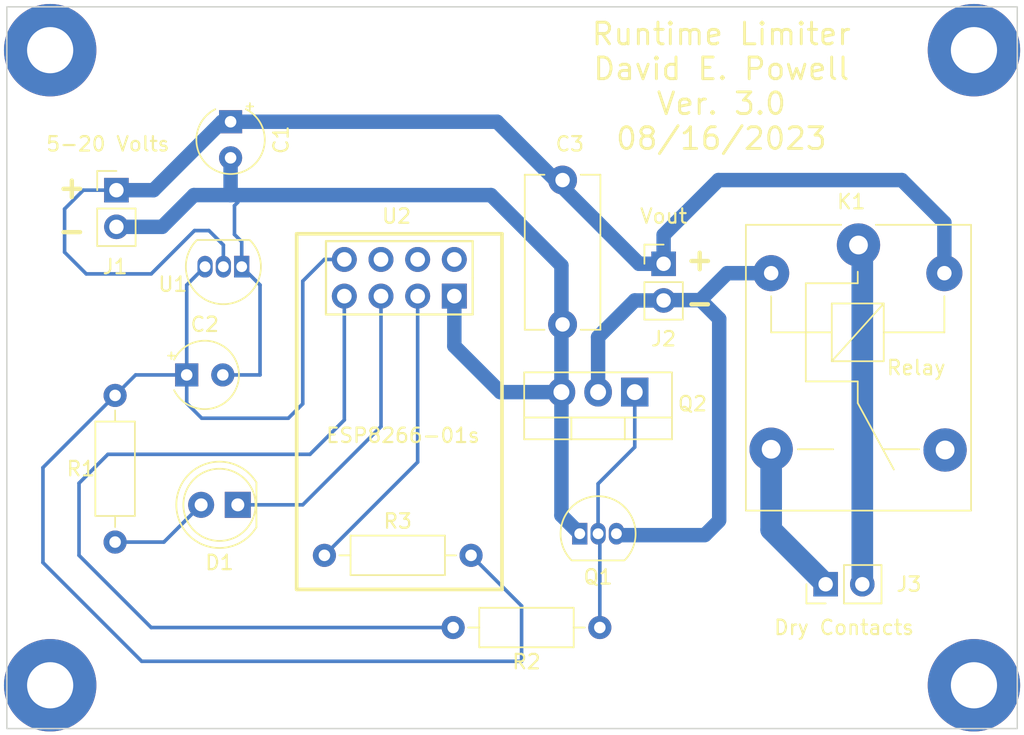
<source format=kicad_pcb>
(kicad_pcb (version 20211014) (generator pcbnew)
  (title_block (title "Runtime Limiter") (date "2023-06-26") (rev "01") (company "David E. Powell"))
  (layers (0 "F.Cu" signal) (31 "B.Cu" signal) (36 "B.SilkS" user "B.Silkscreen") (37 "F.SilkS" user "F.Silkscreen") (38 "B.Mask" user) (39 "F.Mask" user) (44 "Edge.Cuts" user))
  (net 0 "")
  (net 1 "GNDREF")
  (net 2 "Net-(Q1-Pad2)")
  (net 6 "Net-(R2-Pad2)")
  (net 7 "Net-(D1-Pad1)")
  (net 8 "Net-(D1-Pad2)")
  (net 9 "/Control Power")
  (net 10 "/Internal Power")
  (net 11 "/Control Ground")
  (net 12 "Net-(J3-Pad1)")
  (net 13 "Net-(J3-Pad2)")
  (net 15 "Net-(R3-Pad1)")
  (footprint "MountingHole:MountingHole_3.2mm_M3_Pad" (layer "F.Cu") (at 3 3)
    (fp_text reference "REF**" hide)
    (fp_text value "MountingHole_3.2mm_M3_Pad" hide)
    (pad "1" thru_hole circle locked (at 0 0) (size 6.4 6.4) (drill 3.2) (layers *.Cu *.Mask))
  )
  (footprint "Connector_PinHeader_2.54mm:PinHeader_1x02_P2.54mm_Vertical" (layer "F.Cu") (at 56.725 40 90)
    (fp_text reference "J3" (at 0 5.775) (layer "F.SilkS"))
    (fp_text value "Dry Contacts" (at -3 1.275) (layer "F.SilkS"))
    (fp_line (start -1.33 3.87) (end 1.33 3.87) (layer "F.SilkS") (width 0.12))
    (fp_line (start -1.33 1.27) (end -1.33 3.87) (layer "F.SilkS") (width 0.12))
    (fp_line (start -1.33 1.27) (end 1.33 1.27) (layer "F.SilkS") (width 0.12))
    (fp_line (start -1.33 0) (end -1.33 -1.33) (layer "F.SilkS") (width 0.12))
    (fp_line (start 1.33 1.27) (end 1.33 3.87) (layer "F.SilkS") (width 0.12))
    (fp_line (start -1.33 -1.33) (end 0 -1.33) (layer "F.SilkS") (width 0.12))
    (pad "1" thru_hole rect (at 0 0 90) (size 1.7 1.7) (drill 1) (layers *.Cu *.Mask) (net 12 "Net-(J3-Pad1)"))
    (pad "2" thru_hole oval (at 0 2.54 90) (size 1.7 1.7) (drill 1) (layers *.Cu *.Mask) (net 13 "Net-(J3-Pad2)"))
  )
  (footprint "Resistor_THT:R_Axial_DIN0207_L6.3mm_D2.5mm_P10.16mm_Horizontal" (layer "F.Cu") (at 22 38)
    (fp_text reference "R3" (at 5.08 -2.37) (layer "F.SilkS"))
    (fp_text value "12K")
    (fp_line (start 1.81 1.37) (end 8.35 1.37) (layer "F.SilkS") (width 0.12))
    (fp_line (start 1.81 -1.37) (end 1.81 1.37) (layer "F.SilkS") (width 0.12))
    (fp_line (start 9.12 0) (end 8.35 0) (layer "F.SilkS") (width 0.12))
    (fp_line (start 8.35 -1.37) (end 1.81 -1.37) (layer "F.SilkS") (width 0.12))
    (fp_line (start 1.04 0) (end 1.81 0) (layer "F.SilkS") (width 0.12))
    (fp_line (start 8.35 1.37) (end 8.35 -1.37) (layer "F.SilkS") (width 0.12))
    (pad "1" thru_hole circle (at 0 0) (size 1.6 1.6) (drill 0.8) (layers *.Cu *.Mask) (net 15 "Net-(R3-Pad1)"))
    (pad "2" thru_hole oval (at 10.16 0) (size 1.6 1.6) (drill 0.8) (layers *.Cu *.Mask) (net 10 "/Internal Power"))
  )
  (footprint "MountingHole:MountingHole_3.2mm_M3_Pad" (layer "F.Cu") (at 3 47)
    (fp_text reference "REF**" hide)
    (fp_text value "MountingHole_3.2mm_M3_Pad" hide)
    (pad "1" thru_hole circle locked (at 0 0) (size 6.4 6.4) (drill 3.2) (layers *.Cu *.Mask))
  )
  (footprint "Relay_THT:Relay_SPDT_SANYOU_SRD_Series_Form_C" (layer "F.Cu") (at 59 16.5 -90)
    (fp_text reference "K1" (at -3 0.5 -180) (layer "F.SilkS"))
    (fp_text value "Relay" (at 8.5 -4) (layer "F.SilkS"))
    (fp_line (start 6.05 -5.95) (end 3.55 -5.95) (layer "F.SilkS") (width 0.12))
    (fp_line (start 14.15 4.2) (end 14.15 1.75) (layer "F.SilkS") (width 0.12))
    (fp_line (start 10.95 0.05) (end 15.55 -2.45) (layer "F.SilkS") (width 0.12))
    (fp_line (start 2.65 0.05) (end 1.85 0.05) (layer "F.SilkS") (width 0.12))
    (fp_line (start 9.45 0.05) (end 9.45 3.65) (layer "F.SilkS") (width 0.12))
    (fp_line (start 3.55 6.05) (end 6.05 6.05) (layer "F.SilkS") (width 0.12))
    (fp_line (start 8.05 1.85) (end 4.05 1.85) (layer "F.SilkS") (width 0.12))
    (fp_line (start 6.05 1.85) (end 6.05 6.05) (layer "F.SilkS") (width 0.12))
    (fp_line (start 4.05 -1.75) (end 8.05 -1.75) (layer "F.SilkS") (width 0.12))
    (fp_line (start 2.65 0.05) (end 2.65 3.65) (layer "F.SilkS") (width 0.12))
    (fp_line (start 18.4 -7.8) (end 18.4 7.8) (layer "F.SilkS") (width 0.12))
    (fp_line (start -1.4 1.2) (end -1.4 7.8) (layer "F.SilkS") (width 0.12))
    (fp_line (start -1.4 -7.8) (end -1.4 -1.2) (layer "F.SilkS") (width 0.12))
    (fp_line (start -1.4 -7.8) (end 18.4 -7.8) (layer "F.SilkS") (width 0.12))
    (fp_line (start 6.05 -5.95) (end 6.05 -1.75) (layer "F.SilkS") (width 0.12))
    (fp_line (start 8.05 -1.75) (end 8.05 1.85) (layer "F.SilkS") (width 0.12))
    (fp_line (start 8.05 1.85) (end 4.05 -1.75) (layer "F.SilkS") (width 0.12))
    (fp_line (start 9.45 0.05) (end 10.95 0.05) (layer "F.SilkS") (width 0.12))
    (fp_line (start 18.4 7.8) (end -1.4 7.8) (layer "F.SilkS") (width 0.12))
    (fp_line (start 4.05 1.85) (end 4.05 -1.75) (layer "F.SilkS") (width 0.12))
    (fp_line (start 14.15 -4.2) (end 14.15 -1.7) (layer "F.SilkS") (width 0.12))
    (fp_line (start 9.45 3.65) (end 2.65 3.65) (layer "F.SilkS") (width 0.12))
    (pad "1" thru_hole circle (at 0 0) (size 3 3) (drill 1.3) (layers *.Cu *.Mask) (net 13 "Net-(J3-Pad2)"))
    (pad "2" thru_hole circle (at 1.95 6.05) (size 2.5 2.5) (drill 1) (layers *.Cu *.Mask) (net 11 "/Control Ground"))
    (pad "3" thru_hole circle (at 14.15 6.05) (size 3 3) (drill 1.3) (layers *.Cu *.Mask) (net 12 "Net-(J3-Pad1)"))
    (pad "4" thru_hole circle (at 14.2 -6) (size 3 3) (drill 1.3) (layers *.Cu *.Mask))
    (pad "5" thru_hole circle (at 1.95 -5.95) (size 2.5 2.5) (drill 1) (layers *.Cu *.Mask) (net 9 "/Control Power"))
  )
  (footprint "MountingHole:MountingHole_3.2mm_M3_Pad" (layer "F.Cu") (at 67 47)
    (fp_text reference "REF**" hide)
    (fp_text value "MountingHole_3.2mm_M3_Pad" hide)
    (pad "1" thru_hole circle locked (at 0 0) (size 6.4 6.4) (drill 3.2) (layers *.Cu *.Mask))
  )
  (footprint "Connector_PinHeader_2.54mm:PinHeader_1x02_P2.54mm_Vertical" (layer "F.Cu") (at 7.59 12.7)
    (fp_text reference "J1" (at -0.09 5.3) (layer "F.SilkS"))
    (fp_text value "5-20 Volts" (at -0.59 -3.2) (layer "F.SilkS"))
    (fp_line (start 1.33 1.27) (end 1.33 3.87) (layer "F.SilkS") (width 0.12))
    (fp_line (start -1.33 0) (end -1.33 -1.33) (layer "F.SilkS") (width 0.12))
    (fp_line (start -1.33 3.87) (end 1.33 3.87) (layer "F.SilkS") (width 0.12))
    (fp_line (start -1.33 1.27) (end -1.33 3.87) (layer "F.SilkS") (width 0.12))
    (fp_line (start -1.33 1.27) (end 1.33 1.27) (layer "F.SilkS") (width 0.12))
    (fp_line (start -1.33 -1.33) (end 0 -1.33) (layer "F.SilkS") (width 0.12))
    (pad "1" thru_hole rect (at 0 0) (size 1.7 1.7) (drill 1) (layers *.Cu *.Mask) (net 9 "/Control Power"))
    (pad "2" thru_hole oval (at 0 2.54) (size 1.7 1.7) (drill 1) (layers *.Cu *.Mask) (net 1 "GNDREF"))
  )
  (footprint "Connector_PinHeader_2.54mm:PinHeader_1x02_P2.54mm_Vertical" (layer "F.Cu") (at 45.5 17.8)
    (fp_text reference "J2" (at 0 5.2) (layer "F.SilkS"))
    (fp_text value "Vout" (at 0 -3.3) (layer "F.SilkS"))
    (fp_line (start -1.33 3.87) (end 1.33 3.87) (layer "F.SilkS") (width 0.12))
    (fp_line (start -1.33 -1.33) (end 0 -1.33) (layer "F.SilkS") (width 0.12))
    (fp_line (start -1.33 1.27) (end -1.33 3.87) (layer "F.SilkS") (width 0.12))
    (fp_line (start -1.33 0) (end -1.33 -1.33) (layer "F.SilkS") (width 0.12))
    (fp_line (start 1.33 1.27) (end 1.33 3.87) (layer "F.SilkS") (width 0.12))
    (fp_line (start -1.33 1.27) (end 1.33 1.27) (layer "F.SilkS") (width 0.12))
    (pad "1" thru_hole rect (at 0 0) (size 1.7 1.7) (drill 1) (layers *.Cu *.Mask) (net 9 "/Control Power"))
    (pad "2" thru_hole oval (at 0 2.54) (size 1.7 1.7) (drill 1) (layers *.Cu *.Mask) (net 11 "/Control Ground"))
  )
  (footprint "Capacitor_THT:CP_Radial_Tantal_D4.5mm_P2.50mm" (layer "F.Cu") (at 12.46 25.5)
    (fp_text reference "C2" (at 1.25 -3.5) (layer "F.SilkS"))
    (fp_text value "1.0")
    (fp_line (start -1.287288 -1.335) (end -0.837288 -1.335) (layer "F.SilkS") (width 0.12))
    (fp_line (start -1.062288 -1.56) (end -1.062288 -1.11) (layer "F.SilkS") (width 0.12))
    (fp_arc (start -0.869741 -1.06) (mid 3.62 0) (end -0.869741 1.06) (layer "F.SilkS") (width 0.12))
    (pad "1" thru_hole rect (at 0 0) (size 1.6 1.6) (drill 0.8) (layers *.Cu *.Mask) (net 10 "/Internal Power"))
    (pad "2" thru_hole circle (at 2.5 0) (size 1.6 1.6) (drill 0.8) (layers *.Cu *.Mask) (net 1 "GNDREF"))
  )
  (footprint "Resistor_THT:R_Axial_DIN0207_L6.3mm_D2.5mm_P10.16mm_Horizontal" (layer "F.Cu") (at 7.5 37.08 90)
    (fp_text reference "R1" (at 5.08 -2.37) (layer "F.SilkS"))
    (fp_text value "220" hide)
    (fp_line (start 8.35 1.37) (end 8.35 -1.37) (layer "F.SilkS") (width 0.12))
    (fp_line (start 1.81 -1.37) (end 1.81 1.37) (layer "F.SilkS") (width 0.12))
    (fp_line (start 9.12 0) (end 8.35 0) (layer "F.SilkS") (width 0.12))
    (fp_line (start 1.04 0) (end 1.81 0) (layer "F.SilkS") (width 0.12))
    (fp_line (start 1.81 1.37) (end 8.35 1.37) (layer "F.SilkS") (width 0.12))
    (fp_line (start 8.35 -1.37) (end 1.81 -1.37) (layer "F.SilkS") (width 0.12))
    (pad "1" thru_hole circle (at 0 0 90) (size 1.6 1.6) (drill 0.8) (layers *.Cu *.Mask) (net 8 "Net-(D1-Pad2)"))
    (pad "2" thru_hole oval (at 10.16 0 90) (size 1.6 1.6) (drill 0.8) (layers *.Cu *.Mask) (net 10 "/Internal Power"))
  )
  (footprint "Package_TO_SOT_THT:TO-92_Inline" (layer "F.Cu") (at 16.27 18 180)
    (fp_text reference "U1" (at 4.77 -1.22) (layer "F.SilkS"))
    (fp_text value "MCP1700-330" hide)
    (fp_line (start -0.53 1.85) (end 3.07 1.85) (layer "F.SilkS") (width 0.12))
    (fp_arc (start 1.27 -2.6) (mid 3.672087 -0.994977) (end 3.108478 1.838478) (layer "F.SilkS") (width 0.12))
    (fp_arc (start -0.568478 1.838478) (mid -1.132087 -0.994977) (end 1.27 -2.6) (layer "F.SilkS") (width 0.12))
    (pad "1" thru_hole rect (at 0 0 180) (size 1.05 1.5) (drill 0.75) (layers *.Cu *.Mask) (net 1 "GNDREF"))
    (pad "2" thru_hole oval (at 1.27 0 180) (size 1.05 1.5) (drill 0.75) (layers *.Cu *.Mask) (net 9 "/Control Power"))
    (pad "3" thru_hole oval (at 2.54 0 180) (size 1.05 1.5) (drill 0.75) (layers *.Cu *.Mask) (net 10 "/Internal Power"))
  )
  (footprint "Resistor_THT:R_Axial_DIN0207_L6.3mm_D2.5mm_P10.16mm_Horizontal" (layer "F.Cu") (at 41.08 43 180)
    (fp_text reference "R2" (at 5.08 -2.37) (layer "F.SilkS"))
    (fp_text value "1K" hide)
    (fp_line (start 1.04 0) (end 1.81 0) (layer "F.SilkS") (width 0.12))
    (fp_line (start 9.12 0) (end 8.35 0) (layer "F.SilkS") (width 0.12))
    (fp_line (start 8.35 -1.37) (end 1.81 -1.37) (layer "F.SilkS") (width 0.12))
    (fp_line (start 8.35 1.37) (end 8.35 -1.37) (layer "F.SilkS") (width 0.12))
    (fp_line (start 1.81 -1.37) (end 1.81 1.37) (layer "F.SilkS") (width 0.12))
    (fp_line (start 1.81 1.37) (end 8.35 1.37) (layer "F.SilkS") (width 0.12))
    (pad "1" thru_hole circle (at 0 0 180) (size 1.6 1.6) (drill 0.8) (layers *.Cu *.Mask) (net 2 "Net-(Q1-Pad2)"))
    (pad "2" thru_hole oval (at 10.16 0 180) (size 1.6 1.6) (drill 0.8) (layers *.Cu *.Mask) (net 6 "Net-(R2-Pad2)"))
  )
  (footprint "Package_TO_SOT_THT:TO-220-3_Vertical" (layer "F.Cu") (at 43.5 26.69 180)
    (fp_text reference "Q2" (at -4 -0.81 180) (layer "F.SilkS"))
    (fp_text value "2SD2023" hide)
    (fp_line (start -2.58 -3.27) (end 7.66 -3.27) (layer "F.SilkS") (width 0.12))
    (fp_line (start -2.58 -1.76) (end 7.66 -1.76) (layer "F.SilkS") (width 0.12))
    (fp_line (start 7.66 -3.27) (end 7.66 1.371) (layer "F.SilkS") (width 0.12))
    (fp_line (start -2.58 -3.27) (end -2.58 1.371) (layer "F.SilkS") (width 0.12))
    (fp_line (start 0.69 -3.27) (end 0.69 -1.76) (layer "F.SilkS") (width 0.12))
    (fp_line (start -2.58 1.371) (end 7.66 1.371) (layer "F.SilkS") (width 0.12))
    (fp_line (start 4.391 -3.27) (end 4.391 -1.76) (layer "F.SilkS") (width 0.12))
    (pad "1" thru_hole rect (at 0 0 180) (size 1.905 2) (drill 1.1) (layers *.Cu *.Mask) (net 2 "Net-(Q1-Pad2)"))
    (pad "2" thru_hole oval (at 2.54 0 180) (size 1.905 2) (drill 1.1) (layers *.Cu *.Mask) (net 11 "/Control Ground"))
    (pad "3" thru_hole oval (at 5.08 0 180) (size 1.905 2) (drill 1.1) (layers *.Cu *.Mask) (net 1 "GNDREF"))
  )
  (footprint "LED_THT:LED_D5.0mm" (layer "F.Cu") (at 16 34.5 180)
    (fp_text reference "D1" (at 1.27 -4) (layer "F.SilkS"))
    (fp_text value "LED" hide)
    (fp_line (start -1.29 -1.545) (end -1.29 1.545) (layer "F.SilkS") (width 0.12))
    (fp_arc (start 4.26 -0.000462) (mid 2.072002 2.880433) (end -1.29 1.54483) (layer "F.SilkS") (width 0.12))
    (fp_arc (start -1.29 -1.54483) (mid 2.072002 -2.880433) (end 4.26 0.000462) (layer "F.SilkS") (width 0.12))
    (fp_circle (center 1.27 0) (end 3.77 0) (layer "F.SilkS") (width 0.12) (fill none))
    (pad "1" thru_hole rect (at 0 0 180) (size 1.8 1.8) (drill 0.9) (layers *.Cu *.Mask) (net 7 "Net-(D1-Pad1)"))
    (pad "2" thru_hole circle (at 2.54 0 180) (size 1.8 1.8) (drill 0.9) (layers *.Cu *.Mask) (net 8 "Net-(D1-Pad2)"))
  )
  (footprint "Capacitor_THT:C_Disc_D10.5mm_W5.0mm_P10.00mm" (layer "F.Cu") (at 38.5 12 -90)
    (fp_text reference "C3" (at -2.5 -0.5 180) (layer "F.SilkS"))
    (fp_text value "0.1" hide)
    (fp_line (start -0.37 -2.62) (end -0.37 -1.256) (layer "F.SilkS") (width 0.12))
    (fp_line (start -0.37 -2.62) (end 10.37 -2.62) (layer "F.SilkS") (width 0.12))
    (fp_line (start -0.37 2.62) (end 10.37 2.62) (layer "F.SilkS") (width 0.12))
    (fp_line (start 10.37 -2.62) (end 10.37 -1.256) (layer "F.SilkS") (width 0.12))
    (fp_line (start 10.37 1.256) (end 10.37 2.62) (layer "F.SilkS") (width 0.12))
    (fp_line (start -0.37 1.256) (end -0.37 2.62) (layer "F.SilkS") (width 0.12))
    (pad "1" thru_hole circle (at 0 0 270) (size 2 2) (drill 1) (layers *.Cu *.Mask) (net 9 "/Control Power"))
    (pad "2" thru_hole circle (at 10 0 270) (size 2 2) (drill 1) (layers *.Cu *.Mask) (net 1 "GNDREF"))
  )
  (footprint "ESP8266:ESP8266-01s" (layer "F.Cu") (at 31 17.5 -90)
    (fp_text reference "U2" (at -3 4) (layer "F.SilkS"))
    (fp_text value "ESP8266-01s" (at 12.192 3.556) (layer "F.SilkS"))
    (fp_line (start 22.86 10.922) (end -1.778 10.922) (layer "F.SilkS") (width 0.254))
    (fp_line (start -1.27 -1.27) (end -1.27 1.27) (layer "F.SilkS") (width 0.1524))
    (fp_line (start 22.86 -3.302) (end 22.86 10.922) (layer "F.SilkS") (width 0.254))
    (fp_line (start -1.27 8.89) (end 3.81 8.89) (layer "F.SilkS") (width 0.1524))
    (fp_line (start -1.778 10.922) (end -1.778 -3.302) (layer "F.SilkS") (width 0.254))
    (fp_line (start -1.778 -3.302) (end 22.86 -3.302) (layer "F.SilkS") (width 0.254))
    (fp_line (start -1.27 1.27) (end -1.27 8.89) (layer "F.SilkS") (width 0.1524))
    (fp_line (start 3.81 -1.27) (end 1.27 -1.27) (layer "F.SilkS") (width 0.1524))
    (fp_line (start 1.27 -1.27) (end -1.27 -1.27) (layer "F.SilkS") (width 0.1524))
    (fp_line (start 3.81 8.89) (end 3.81 -1.27) (layer "F.SilkS") (width 0.1524))
    (pad "1" thru_hole rect (at 2.54 0 270) (size 1.7272 1.7272) (drill 1.016) (layers *.Cu *.Mask) (net 1 "GNDREF"))
    (pad "2" thru_hole oval (at 0 0 270) (size 1.7272 1.7272) (drill 1.016) (layers *.Cu *.Mask))
    (pad "3" thru_hole oval (at 2.54 2.54 270) (size 1.7272 1.7272) (drill 1.016) (layers *.Cu *.Mask) (net 15 "Net-(R3-Pad1)"))
    (pad "4" thru_hole oval (at 0 2.54 270) (size 1.7272 1.7272) (drill 1.016) (layers *.Cu *.Mask))
    (pad "5" thru_hole oval (at 2.54 5.08 270) (size 1.7272 1.7272) (drill 1.016) (layers *.Cu *.Mask) (net 7 "Net-(D1-Pad1)"))
    (pad "6" thru_hole oval (at 0 5.08 270) (size 1.7272 1.7272) (drill 1.016) (layers *.Cu *.Mask))
    (pad "7" thru_hole oval (at 2.54 7.62 270) (size 1.7272 1.7272) (drill 1.016) (layers *.Cu *.Mask) (net 6 "Net-(R2-Pad2)"))
    (pad "8" thru_hole oval (at 0 7.62 270) (size 1.7272 1.7272) (drill 1.016) (layers *.Cu *.Mask) (net 10 "/Internal Power"))
  )
  (footprint "Package_TO_SOT_THT:TO-92_Inline" (layer "F.Cu") (at 39.69 36.501115)
    (fp_text reference "Q1" (at 1.27 2.998885) (layer "F.SilkS"))
    (fp_text value "2N3904" hide)
    (fp_line (start -0.53 1.85) (end 3.07 1.85) (layer "F.SilkS") (width 0.12))
    (fp_arc (start -0.568478 1.838478) (mid -1.132087 -0.994977) (end 1.27 -2.6) (layer "F.SilkS") (width 0.12))
    (fp_arc (start 1.27 -2.6) (mid 3.672087 -0.994977) (end 3.108478 1.838478) (layer "F.SilkS") (width 0.12))
    (pad "1" thru_hole rect (at 0 0) (size 1.05 1.5) (drill 0.75) (layers *.Cu *.Mask) (net 1 "GNDREF"))
    (pad "2" thru_hole oval (at 1.27 0) (size 1.05 1.5) (drill 0.75) (layers *.Cu *.Mask) (net 2 "Net-(Q1-Pad2)"))
    (pad "3" thru_hole oval (at 2.54 0) (size 1.05 1.5) (drill 0.75) (layers *.Cu *.Mask) (net 11 "/Control Ground"))
  )
  (footprint "Capacitor_THT:CP_Radial_Tantal_D4.5mm_P2.50mm" (layer "F.Cu") (at 15.5 7.96 -90)
    (fp_text reference "C1" (at 1.25 -3.5 -90) (layer "F.SilkS"))
    (fp_text value "1.0")
    (fp_line (start -1.287288 -1.335) (end -0.837288 -1.335) (layer "F.SilkS") (width 0.12))
    (fp_line (start -1.062288 -1.56) (end -1.062288 -1.11) (layer "F.SilkS") (width 0.12))
    (fp_arc (start -0.869741 -1.06) (mid 3.62 0) (end -0.869741 1.06) (layer "F.SilkS") (width 0.12))
    (pad "1" thru_hole rect (at 0 0 270) (size 1.6 1.6) (drill 0.8) (layers *.Cu *.Mask) (net 9 "/Control Power"))
    (pad "2" thru_hole circle (at 2.5 0 270) (size 1.6 1.6) (drill 0.8) (layers *.Cu *.Mask) (net 1 "GNDREF"))
  )
  (footprint "MountingHole:MountingHole_3.2mm_M3_Pad" (layer "F.Cu") (at 67 3)
    (fp_text reference "REF**" hide)
    (fp_text value "MountingHole_3.2mm_M3_Pad" hide)
    (pad "1" thru_hole circle locked (at 0 0) (size 6.4 6.4) (drill 3.2) (layers *.Cu *.Mask))
  )
  (gr_rect locked (start 0 0) (end 70 50) (layer "Edge.Cuts") (width 0.1) (fill none))
  (gr_text "+" (at 48 17.5) (layer "F.SilkS") (effects (font (size 1.5 1.5) (thickness 0.3))))
  (gr_text "-" (at 4.5 15.5) (layer "F.SilkS") (effects (font (size 1.5 1.5) (thickness 0.3))))
  (gr_text "Runtime Limiter\nDavid E. Powell\nVer. 3.0\n08/16/2023" (at 49.5 5.5) (layer "F.SilkS") (effects (font (size 1.5 1.5) (thickness 0.2))))
  (gr_text "+" (at 4.5 12.5) (layer "F.SilkS") (effects (font (size 1.5 1.5) (thickness 0.3))))
  (gr_text "-" (at 48 20.5) (layer "F.SilkS") (effects (font (size 1.5 1.5) (thickness 0.3))))
  (segment (start 31 23.5) (end 34.19 26.69) (width 1) (layer "B.Cu") (net 1))
  (segment (start 34.19 26.69) (end 38.42 26.69) (width 1) (layer "B.Cu") (net 1))
  (segment (start 38.42 26.69) (end 38.42 35.231115) (width 1) (layer "B.Cu") (net 1))
  (segment (start 38.42 35.231115) (end 39.69 36.501115) (width 1) (layer "B.Cu") (net 1))
  (segment (start 15.5 10.46) (end 15.5 13.04) (width 1) (layer "B.Cu") (net 1))
  (segment (start 16 13.54) (end 15.77 13.77) (width 0.25) (layer "B.Cu") (net 1))
  (segment (start 31 20.04) (end 31 23.5) (width 1) (layer "B.Cu") (net 1))
  (segment (start 15.5 13.04) (end 33.54 13.04) (width 1) (layer "B.Cu") (net 1))
  (segment (start 17.54 19.27) (end 17.54 25.5) (width 0.25) (layer "B.Cu") (net 1))
  (segment (start 16.27 18) (end 17.54 19.27) (width 0.25) (layer "B.Cu") (net 1))
  (segment (start 38.42 17.92) (end 38.42 26.69) (width 1) (layer "B.Cu") (net 1))
  (segment (start 10.76 15.24) (end 7.59 15.24) (width 1) (layer "B.Cu") (net 1))
  (segment (start 15.5 13.04) (end 12.96 13.04) (width 1) (layer "B.Cu") (net 1))
  (segment (start 33.54 13.04) (end 38.42 17.92) (width 1) (layer "B.Cu") (net 1))
  (segment (start 15.5 13.04) (end 16 13.54) (width 0.25) (layer "B.Cu") (net 1))
  (segment (start 15.77 13.77) (end 15.77 15.77) (width 0.25) (layer "B.Cu") (net 1))
  (segment (start 16.27 16.27) (end 16.27 18) (width 0.25) (layer "B.Cu") (net 1))
  (segment (start 17.54 25.5) (end 14.96 25.5) (width 0.25) (layer "B.Cu") (net 1))
  (segment (start 12.96 13.04) (end 10.76 15.24) (width 1) (layer "B.Cu") (net 1))
  (segment (start 15.77 15.77) (end 16.27 16.27) (width 0.25) (layer "B.Cu") (net 1))
  (segment (start 43.5 26.69) (end 43.5 30.5) (width 0.25) (layer "B.Cu") (net 2))
  (segment (start 43.5 30.5) (end 40.96 33.04) (width 0.25) (layer "B.Cu") (net 2))
  (segment (start 41.08 36.621115) (end 40.96 36.501115) (width 0.25) (layer "B.Cu") (net 2))
  (segment (start 41.08 43) (end 41.08 36.621115) (width 0.25) (layer "B.Cu") (net 2))
  (segment (start 40.96 33.04) (end 40.96 36.501115) (width 0.25) (layer "B.Cu") (net 2))
  (segment (start 23.38 28.62) (end 23.38 20.04) (width 0.25) (layer "B.Cu") (net 6))
  (segment (start 21 31) (end 23.38 28.62) (width 0.25) (layer "B.Cu") (net 6))
  (segment (start 30.92 43) (end 10 43) (width 0.25) (layer "B.Cu") (net 6))
  (segment (start 10 43) (end 5 38) (width 0.25) (layer "B.Cu") (net 6))
  (segment (start 7 31) (end 21 31) (width 0.25) (layer "B.Cu") (net 6))
  (segment (start 5 38) (end 5 33) (width 0.25) (layer "B.Cu") (net 6))
  (segment (start 5 33) (end 7 31) (width 0.25) (layer "B.Cu") (net 6))
  (segment (start 16 34.5) (end 20.5 34.5) (width 0.25) (layer "B.Cu") (net 7))
  (segment (start 20.5 34.5) (end 25.92 29.08) (width 0.25) (layer "B.Cu") (net 7))
  (segment (start 25.92 29.08) (end 25.92 20.04) (width 0.25) (layer "B.Cu") (net 7))
  (segment (start 7.5 37.08) (end 10.88 37.08) (width 0.25) (layer "B.Cu") (net 8))
  (segment (start 10.88 37.08) (end 13.46 34.5) (width 0.25) (layer "B.Cu") (net 8))
  (segment (start 10.16 12.7) (end 7.59 12.7) (width 1) (layer "B.Cu") (net 9))
  (segment (start 15 16.5) (end 14 15.5) (width 0.25) (layer "B.Cu") (net 9))
  (segment (start 49.3 12) (end 62 12) (width 1) (layer "B.Cu") (net 9))
  (segment (start 45.5 17.8) (end 45.5 15.8) (width 1) (layer "B.Cu") (net 9))
  (segment (start 62 12) (end 64.95 14.95) (width 1) (layer "B.Cu") (net 9))
  (segment (start 15 18.64) (end 15 16.5) (width 0.25) (layer "B.Cu") (net 9))
  (segment (start 33.96 7.96) (end 15.5 7.96) (width 1) (layer "B.Cu") (net 9))
  (segment (start 43.8 17.8) (end 33.96 7.96) (width 1) (layer "B.Cu") (net 9))
  (segment (start 45.5 17.8) (end 43.8 17.8) (width 1) (layer "B.Cu") (net 9))
  (segment (start 5.5 18.5) (end 4 17) (width 0.25) (layer "B.Cu") (net 9))
  (segment (start 13 15.5) (end 10 18.5) (width 0.25) (layer "B.Cu") (net 9))
  (segment (start 14.9 7.96) (end 10.16 12.7) (width 1) (layer "B.Cu") (net 9))
  (segment (start 64.95 14.95) (end 64.95 18.45) (width 1) (layer "B.Cu") (net 9))
  (segment (start 14 15.5) (end 13 15.5) (width 0.25) (layer "B.Cu") (net 9))
  (segment (start 10 18.5) (end 5.5 18.5) (width 0.25) (layer "B.Cu") (net 9))
  (segment (start 45.5 15.8) (end 49.3 12) (width 1) (layer "B.Cu") (net 9))
  (segment (start 4 14) (end 5.3 12.7) (width 0.25) (layer "B.Cu") (net 9))
  (segment (start 5.3 12.7) (end 7.59 12.7) (width 0.25) (layer "B.Cu") (net 9))
  (segment (start 4 17) (end 4 14) (width 0.25) (layer "B.Cu") (net 9))
  (segment (start 15.5 7.96) (end 14.9 7.96) (width 1) (layer "B.Cu") (net 9))
  (segment (start 12.46 27.46) (end 12.46 25.5) (width 0.25) (layer "B.Cu") (net 10))
  (segment (start 8.92 25.5) (end 12.46 25.5) (width 0.25) (layer "B.Cu") (net 10))
  (segment (start 35.66 41.5) (end 35.66 45.34) (width 0.25) (layer "B.Cu") (net 10))
  (segment (start 19.5 28.5) (end 13.5 28.5) (width 0.25) (layer "B.Cu") (net 10))
  (segment (start 20.5 27.5) (end 19.5 28.5) (width 0.25) (layer "B.Cu") (net 10))
  (segment (start 12.46 19.27) (end 13.73 18) (width 0.25) (layer "B.Cu") (net 10))
  (segment (start 13.5 28.5) (end 12.46 27.46) (width 0.25) (layer "B.Cu") (net 10))
  (segment (start 22 17.5) (end 20.5 19) (width 0.25) (layer "B.Cu") (net 10))
  (segment (start 20.5 19) (end 20.5 27.5) (width 0.25) (layer "B.Cu") (net 10))
  (segment (start 2.5 31.92) (end 7.5 26.92) (width 0.25) (layer "B.Cu") (net 10))
  (segment (start 12.46 25.5) (end 12.46 19.27) (width 0.25) (layer "B.Cu") (net 10))
  (segment (start 9.34 45.34) (end 2.5 38.5) (width 0.25) (layer "B.Cu") (net 10))
  (segment (start 32.16 38) (end 35.66 41.5) (width 0.25) (layer "B.Cu") (net 10))
  (segment (start 7.5 26.92) (end 8.92 25.5) (width 0.25) (layer "B.Cu") (net 10))
  (segment (start 35.66 45.34) (end 9.34 45.34) (width 0.25) (layer "B.Cu") (net 10))
  (segment (start 2.5 38.5) (end 2.5 31.92) (width 0.25) (layer "B.Cu") (net 10))
  (segment (start 23.38 17.5) (end 22 17.5) (width 0.25) (layer "B.Cu") (net 10))
  (segment (start 45.523308 20.316692) (end 48.041243 20.316692) (width 1) (layer "B.Cu") (net 11))
  (segment (start 49.35 21.61) (end 49.35 35.58) (width 1) (layer "B.Cu") (net 11))
  (segment (start 43.5 20.34) (end 40.96 22.88) (width 1) (layer "B.Cu") (net 11))
  (segment (start 45.5 20.34) (end 45.523308 20.316692) (width 1) (layer "B.Cu") (net 11))
  (segment (start 40.96 22.88) (end 40.96 26.69) (width 1) (layer "B.Cu") (net 11))
  (segment (start 45.5 20.34) (end 43.5 20.34) (width 1) (layer "B.Cu") (net 11))
  (segment (start 49.310557 35.639442) (end 48.389442 36.560557) (width 1) (layer "B.Cu") (net 11))
  (segment (start 48.35 36.6) (end 42.270557 36.6) (width 1) (layer "B.Cu") (net 11))
  (segment (start 49.907935 18.45) (end 52.95 18.45) (width 1) (layer "B.Cu") (net 11))
  (segment (start 48.08 20.34) (end 49.35 21.61) (width 1) (layer "B.Cu") (net 11))
  (segment (start 48.041243 20.316692) (end 49.907935 18.45) (width 1) (layer "B.Cu") (net 11))
  (segment (start 52.95 30.65) (end 52.95 36.225) (width 1.5) (layer "B.Cu") (net 12))
  (segment (start 52.95 36.225) (end 56.725 40) (width 1.5) (layer "B.Cu") (net 12))
  (segment (start 59.265 16.765) (end 59 16.5) (width 1.5) (layer "B.Cu") (net 13))
  (segment (start 59.265 40) (end 59.265 16.765) (width 1.5) (layer "B.Cu") (net 13))
  (segment (start 28.46 31.54) (end 28.46 20.04) (width 0.25) (layer "B.Cu") (net 15))
  (segment (start 22 38) (end 28.46 31.54) (width 0.25) (layer "B.Cu") (net 15))
)
</source>
